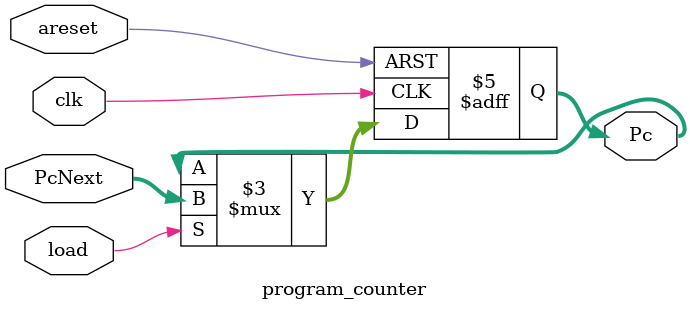
<source format=v>
module program_counter(
input [31:0] PcNext,
input clk,areset,load,
output reg [31:0] Pc
);

always@(posedge clk or negedge areset)begin
    if(!areset)
    begin
        Pc<=0;
    end
    else if(load)begin
        Pc<=PcNext;
    end
end


endmodule 
</source>
